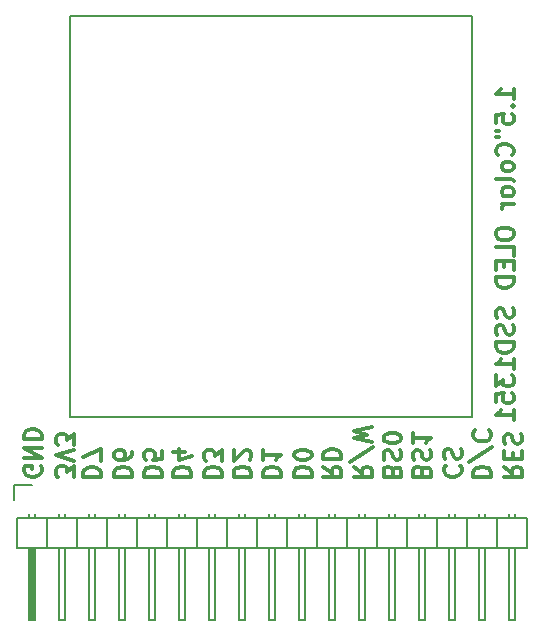
<source format=gbo>
G04 #@! TF.GenerationSoftware,KiCad,Pcbnew,(2017-01-24 revision 0b6147e)-makepkg*
G04 #@! TF.CreationDate,2017-10-03T07:54:18-07:00*
G04 #@! TF.ProjectId,OLED_1.5_128X128_breakout,4F4C45445F312E355F31323858313238,rev?*
G04 #@! TF.FileFunction,Legend,Bot*
G04 #@! TF.FilePolarity,Positive*
%FSLAX46Y46*%
G04 Gerber Fmt 4.6, Leading zero omitted, Abs format (unit mm)*
G04 Created by KiCad (PCBNEW (2017-01-24 revision 0b6147e)-makepkg) date 10/03/17 07:54:18*
%MOMM*%
%LPD*%
G01*
G04 APERTURE LIST*
%ADD10C,0.100000*%
%ADD11C,0.300000*%
%ADD12C,0.200000*%
%ADD13C,0.150000*%
%ADD14R,2.127200X2.432000*%
%ADD15O,2.127200X2.432000*%
%ADD16C,3.100000*%
G04 APERTURE END LIST*
D10*
D11*
X92528571Y-55021428D02*
X92528571Y-54164285D01*
X92528571Y-54592857D02*
X91028571Y-54592857D01*
X91242857Y-54449999D01*
X91385714Y-54307142D01*
X91457142Y-54164285D01*
X92385714Y-55664285D02*
X92457142Y-55735714D01*
X92528571Y-55664285D01*
X92457142Y-55592857D01*
X92385714Y-55664285D01*
X92528571Y-55664285D01*
X91028571Y-57092857D02*
X91028571Y-56378571D01*
X91742857Y-56307142D01*
X91671428Y-56378571D01*
X91600000Y-56521428D01*
X91600000Y-56878571D01*
X91671428Y-57021428D01*
X91742857Y-57092857D01*
X91885714Y-57164285D01*
X92242857Y-57164285D01*
X92385714Y-57092857D01*
X92457142Y-57021428D01*
X92528571Y-56878571D01*
X92528571Y-56521428D01*
X92457142Y-56378571D01*
X92385714Y-56307142D01*
X91028571Y-57735714D02*
X91314285Y-57735714D01*
X91028571Y-58307142D02*
X91314285Y-58307142D01*
X92385714Y-59807142D02*
X92457142Y-59735714D01*
X92528571Y-59521428D01*
X92528571Y-59378571D01*
X92457142Y-59164285D01*
X92314285Y-59021428D01*
X92171428Y-58949999D01*
X91885714Y-58878571D01*
X91671428Y-58878571D01*
X91385714Y-58949999D01*
X91242857Y-59021428D01*
X91100000Y-59164285D01*
X91028571Y-59378571D01*
X91028571Y-59521428D01*
X91100000Y-59735714D01*
X91171428Y-59807142D01*
X92528571Y-60664285D02*
X92457142Y-60521428D01*
X92385714Y-60449999D01*
X92242857Y-60378571D01*
X91814285Y-60378571D01*
X91671428Y-60449999D01*
X91600000Y-60521428D01*
X91528571Y-60664285D01*
X91528571Y-60878571D01*
X91600000Y-61021428D01*
X91671428Y-61092857D01*
X91814285Y-61164285D01*
X92242857Y-61164285D01*
X92385714Y-61092857D01*
X92457142Y-61021428D01*
X92528571Y-60878571D01*
X92528571Y-60664285D01*
X92528571Y-62021428D02*
X92457142Y-61878571D01*
X92314285Y-61807142D01*
X91028571Y-61807142D01*
X92528571Y-62807142D02*
X92457142Y-62664285D01*
X92385714Y-62592857D01*
X92242857Y-62521428D01*
X91814285Y-62521428D01*
X91671428Y-62592857D01*
X91600000Y-62664285D01*
X91528571Y-62807142D01*
X91528571Y-63021428D01*
X91600000Y-63164285D01*
X91671428Y-63235714D01*
X91814285Y-63307142D01*
X92242857Y-63307142D01*
X92385714Y-63235714D01*
X92457142Y-63164285D01*
X92528571Y-63021428D01*
X92528571Y-62807142D01*
X92528571Y-63950000D02*
X91528571Y-63950000D01*
X91814285Y-63950000D02*
X91671428Y-64021428D01*
X91600000Y-64092857D01*
X91528571Y-64235714D01*
X91528571Y-64378571D01*
X91028571Y-66307142D02*
X91028571Y-66592857D01*
X91100000Y-66735714D01*
X91242857Y-66878571D01*
X91528571Y-66949999D01*
X92028571Y-66949999D01*
X92314285Y-66878571D01*
X92457142Y-66735714D01*
X92528571Y-66592857D01*
X92528571Y-66307142D01*
X92457142Y-66164285D01*
X92314285Y-66021428D01*
X92028571Y-65949999D01*
X91528571Y-65949999D01*
X91242857Y-66021428D01*
X91100000Y-66164285D01*
X91028571Y-66307142D01*
X92528571Y-68307142D02*
X92528571Y-67592857D01*
X91028571Y-67592857D01*
X91742857Y-68807142D02*
X91742857Y-69307142D01*
X92528571Y-69521428D02*
X92528571Y-68807142D01*
X91028571Y-68807142D01*
X91028571Y-69521428D01*
X92528571Y-70164285D02*
X91028571Y-70164285D01*
X91028571Y-70521428D01*
X91100000Y-70735714D01*
X91242857Y-70878571D01*
X91385714Y-70949999D01*
X91671428Y-71021428D01*
X91885714Y-71021428D01*
X92171428Y-70949999D01*
X92314285Y-70878571D01*
X92457142Y-70735714D01*
X92528571Y-70521428D01*
X92528571Y-70164285D01*
X92457142Y-72735714D02*
X92528571Y-72949999D01*
X92528571Y-73307142D01*
X92457142Y-73449999D01*
X92385714Y-73521428D01*
X92242857Y-73592857D01*
X92100000Y-73592857D01*
X91957142Y-73521428D01*
X91885714Y-73449999D01*
X91814285Y-73307142D01*
X91742857Y-73021428D01*
X91671428Y-72878571D01*
X91600000Y-72807142D01*
X91457142Y-72735714D01*
X91314285Y-72735714D01*
X91171428Y-72807142D01*
X91100000Y-72878571D01*
X91028571Y-73021428D01*
X91028571Y-73378571D01*
X91100000Y-73592857D01*
X92457142Y-74164285D02*
X92528571Y-74378571D01*
X92528571Y-74735714D01*
X92457142Y-74878571D01*
X92385714Y-74949999D01*
X92242857Y-75021428D01*
X92100000Y-75021428D01*
X91957142Y-74949999D01*
X91885714Y-74878571D01*
X91814285Y-74735714D01*
X91742857Y-74449999D01*
X91671428Y-74307142D01*
X91600000Y-74235714D01*
X91457142Y-74164285D01*
X91314285Y-74164285D01*
X91171428Y-74235714D01*
X91100000Y-74307142D01*
X91028571Y-74449999D01*
X91028571Y-74807142D01*
X91100000Y-75021428D01*
X92528571Y-75664285D02*
X91028571Y-75664285D01*
X91028571Y-76021428D01*
X91100000Y-76235714D01*
X91242857Y-76378571D01*
X91385714Y-76449999D01*
X91671428Y-76521428D01*
X91885714Y-76521428D01*
X92171428Y-76449999D01*
X92314285Y-76378571D01*
X92457142Y-76235714D01*
X92528571Y-76021428D01*
X92528571Y-75664285D01*
X92528571Y-77949999D02*
X92528571Y-77092857D01*
X92528571Y-77521428D02*
X91028571Y-77521428D01*
X91242857Y-77378571D01*
X91385714Y-77235714D01*
X91457142Y-77092857D01*
X91028571Y-78449999D02*
X91028571Y-79378571D01*
X91600000Y-78878571D01*
X91600000Y-79092857D01*
X91671428Y-79235714D01*
X91742857Y-79307142D01*
X91885714Y-79378571D01*
X92242857Y-79378571D01*
X92385714Y-79307142D01*
X92457142Y-79235714D01*
X92528571Y-79092857D01*
X92528571Y-78664285D01*
X92457142Y-78521428D01*
X92385714Y-78449999D01*
X91028571Y-80735714D02*
X91028571Y-80021428D01*
X91742857Y-79949999D01*
X91671428Y-80021428D01*
X91600000Y-80164285D01*
X91600000Y-80521428D01*
X91671428Y-80664285D01*
X91742857Y-80735714D01*
X91885714Y-80807142D01*
X92242857Y-80807142D01*
X92385714Y-80735714D01*
X92457142Y-80664285D01*
X92528571Y-80521428D01*
X92528571Y-80164285D01*
X92457142Y-80021428D01*
X92385714Y-79949999D01*
X92528571Y-82235714D02*
X92528571Y-81378571D01*
X92528571Y-81807142D02*
X91028571Y-81807142D01*
X91242857Y-81664285D01*
X91385714Y-81521428D01*
X91457142Y-81378571D01*
X52500000Y-86162142D02*
X52571428Y-86305000D01*
X52571428Y-86519285D01*
X52500000Y-86733571D01*
X52357142Y-86876428D01*
X52214285Y-86947857D01*
X51928571Y-87019285D01*
X51714285Y-87019285D01*
X51428571Y-86947857D01*
X51285714Y-86876428D01*
X51142857Y-86733571D01*
X51071428Y-86519285D01*
X51071428Y-86376428D01*
X51142857Y-86162142D01*
X51214285Y-86090714D01*
X51714285Y-86090714D01*
X51714285Y-86376428D01*
X51071428Y-85447857D02*
X52571428Y-85447857D01*
X51071428Y-84590714D01*
X52571428Y-84590714D01*
X51071428Y-83876428D02*
X52571428Y-83876428D01*
X52571428Y-83519285D01*
X52500000Y-83305000D01*
X52357142Y-83162142D01*
X52214285Y-83090714D01*
X51928571Y-83019285D01*
X51714285Y-83019285D01*
X51428571Y-83090714D01*
X51285714Y-83162142D01*
X51142857Y-83305000D01*
X51071428Y-83519285D01*
X51071428Y-83876428D01*
X55321428Y-87090714D02*
X55321428Y-86162142D01*
X54750000Y-86662142D01*
X54750000Y-86447857D01*
X54678571Y-86305000D01*
X54607142Y-86233571D01*
X54464285Y-86162142D01*
X54107142Y-86162142D01*
X53964285Y-86233571D01*
X53892857Y-86305000D01*
X53821428Y-86447857D01*
X53821428Y-86876428D01*
X53892857Y-87019285D01*
X53964285Y-87090714D01*
X55321428Y-85733571D02*
X53821428Y-85233571D01*
X55321428Y-84733571D01*
X55321428Y-84376428D02*
X55321428Y-83447857D01*
X54750000Y-83947857D01*
X54750000Y-83733571D01*
X54678571Y-83590714D01*
X54607142Y-83519285D01*
X54464285Y-83447857D01*
X54107142Y-83447857D01*
X53964285Y-83519285D01*
X53892857Y-83590714D01*
X53821428Y-83733571D01*
X53821428Y-84162142D01*
X53892857Y-84305000D01*
X53964285Y-84376428D01*
X91721428Y-86190714D02*
X92435714Y-86690714D01*
X91721428Y-87047857D02*
X93221428Y-87047857D01*
X93221428Y-86476428D01*
X93150000Y-86333571D01*
X93078571Y-86262142D01*
X92935714Y-86190714D01*
X92721428Y-86190714D01*
X92578571Y-86262142D01*
X92507142Y-86333571D01*
X92435714Y-86476428D01*
X92435714Y-87047857D01*
X92507142Y-85547857D02*
X92507142Y-85047857D01*
X91721428Y-84833571D02*
X91721428Y-85547857D01*
X93221428Y-85547857D01*
X93221428Y-84833571D01*
X91792857Y-84262142D02*
X91721428Y-84047857D01*
X91721428Y-83690714D01*
X91792857Y-83547857D01*
X91864285Y-83476428D01*
X92007142Y-83405000D01*
X92150000Y-83405000D01*
X92292857Y-83476428D01*
X92364285Y-83547857D01*
X92435714Y-83690714D01*
X92507142Y-83976428D01*
X92578571Y-84119285D01*
X92650000Y-84190714D01*
X92792857Y-84262142D01*
X92935714Y-84262142D01*
X93078571Y-84190714D01*
X93150000Y-84119285D01*
X93221428Y-83976428D01*
X93221428Y-83619285D01*
X93150000Y-83405000D01*
X89121428Y-87047857D02*
X90621428Y-87047857D01*
X90621428Y-86690714D01*
X90550000Y-86476428D01*
X90407142Y-86333571D01*
X90264285Y-86262142D01*
X89978571Y-86190714D01*
X89764285Y-86190714D01*
X89478571Y-86262142D01*
X89335714Y-86333571D01*
X89192857Y-86476428D01*
X89121428Y-86690714D01*
X89121428Y-87047857D01*
X90692857Y-84476428D02*
X88764285Y-85762142D01*
X89264285Y-83119285D02*
X89192857Y-83190714D01*
X89121428Y-83405000D01*
X89121428Y-83547857D01*
X89192857Y-83762142D01*
X89335714Y-83905000D01*
X89478571Y-83976428D01*
X89764285Y-84047857D01*
X89978571Y-84047857D01*
X90264285Y-83976428D01*
X90407142Y-83905000D01*
X90550000Y-83762142D01*
X90621428Y-83547857D01*
X90621428Y-83405000D01*
X90550000Y-83190714D01*
X90478571Y-83119285D01*
X86764285Y-86090714D02*
X86692857Y-86162142D01*
X86621428Y-86376428D01*
X86621428Y-86519285D01*
X86692857Y-86733571D01*
X86835714Y-86876428D01*
X86978571Y-86947857D01*
X87264285Y-87019285D01*
X87478571Y-87019285D01*
X87764285Y-86947857D01*
X87907142Y-86876428D01*
X88050000Y-86733571D01*
X88121428Y-86519285D01*
X88121428Y-86376428D01*
X88050000Y-86162142D01*
X87978571Y-86090714D01*
X86692857Y-85519285D02*
X86621428Y-85305000D01*
X86621428Y-84947857D01*
X86692857Y-84805000D01*
X86764285Y-84733571D01*
X86907142Y-84662142D01*
X87050000Y-84662142D01*
X87192857Y-84733571D01*
X87264285Y-84805000D01*
X87335714Y-84947857D01*
X87407142Y-85233571D01*
X87478571Y-85376428D01*
X87550000Y-85447857D01*
X87692857Y-85519285D01*
X87835714Y-85519285D01*
X87978571Y-85447857D01*
X88050000Y-85376428D01*
X88121428Y-85233571D01*
X88121428Y-84876428D01*
X88050000Y-84662142D01*
X84807142Y-86547857D02*
X84735714Y-86333571D01*
X84664285Y-86262142D01*
X84521428Y-86190714D01*
X84307142Y-86190714D01*
X84164285Y-86262142D01*
X84092857Y-86333571D01*
X84021428Y-86476428D01*
X84021428Y-87047857D01*
X85521428Y-87047857D01*
X85521428Y-86547857D01*
X85450000Y-86405000D01*
X85378571Y-86333571D01*
X85235714Y-86262142D01*
X85092857Y-86262142D01*
X84950000Y-86333571D01*
X84878571Y-86405000D01*
X84807142Y-86547857D01*
X84807142Y-87047857D01*
X84092857Y-85619285D02*
X84021428Y-85405000D01*
X84021428Y-85047857D01*
X84092857Y-84905000D01*
X84164285Y-84833571D01*
X84307142Y-84762142D01*
X84450000Y-84762142D01*
X84592857Y-84833571D01*
X84664285Y-84905000D01*
X84735714Y-85047857D01*
X84807142Y-85333571D01*
X84878571Y-85476428D01*
X84950000Y-85547857D01*
X85092857Y-85619285D01*
X85235714Y-85619285D01*
X85378571Y-85547857D01*
X85450000Y-85476428D01*
X85521428Y-85333571D01*
X85521428Y-84976428D01*
X85450000Y-84762142D01*
X84021428Y-83333571D02*
X84021428Y-84190714D01*
X84021428Y-83762142D02*
X85521428Y-83762142D01*
X85307142Y-83905000D01*
X85164285Y-84047857D01*
X85092857Y-84190714D01*
X82307142Y-86547857D02*
X82235714Y-86333571D01*
X82164285Y-86262142D01*
X82021428Y-86190714D01*
X81807142Y-86190714D01*
X81664285Y-86262142D01*
X81592857Y-86333571D01*
X81521428Y-86476428D01*
X81521428Y-87047857D01*
X83021428Y-87047857D01*
X83021428Y-86547857D01*
X82950000Y-86405000D01*
X82878571Y-86333571D01*
X82735714Y-86262142D01*
X82592857Y-86262142D01*
X82450000Y-86333571D01*
X82378571Y-86405000D01*
X82307142Y-86547857D01*
X82307142Y-87047857D01*
X81592857Y-85619285D02*
X81521428Y-85405000D01*
X81521428Y-85047857D01*
X81592857Y-84905000D01*
X81664285Y-84833571D01*
X81807142Y-84762142D01*
X81950000Y-84762142D01*
X82092857Y-84833571D01*
X82164285Y-84905000D01*
X82235714Y-85047857D01*
X82307142Y-85333571D01*
X82378571Y-85476428D01*
X82450000Y-85547857D01*
X82592857Y-85619285D01*
X82735714Y-85619285D01*
X82878571Y-85547857D01*
X82950000Y-85476428D01*
X83021428Y-85333571D01*
X83021428Y-84976428D01*
X82950000Y-84762142D01*
X83021428Y-83833571D02*
X83021428Y-83690714D01*
X82950000Y-83547857D01*
X82878571Y-83476428D01*
X82735714Y-83405000D01*
X82450000Y-83333571D01*
X82092857Y-83333571D01*
X81807142Y-83405000D01*
X81664285Y-83476428D01*
X81592857Y-83547857D01*
X81521428Y-83690714D01*
X81521428Y-83833571D01*
X81592857Y-83976428D01*
X81664285Y-84047857D01*
X81807142Y-84119285D01*
X82092857Y-84190714D01*
X82450000Y-84190714D01*
X82735714Y-84119285D01*
X82878571Y-84047857D01*
X82950000Y-83976428D01*
X83021428Y-83833571D01*
X79021428Y-86190714D02*
X79735714Y-86690714D01*
X79021428Y-87047857D02*
X80521428Y-87047857D01*
X80521428Y-86476428D01*
X80450000Y-86333571D01*
X80378571Y-86262142D01*
X80235714Y-86190714D01*
X80021428Y-86190714D01*
X79878571Y-86262142D01*
X79807142Y-86333571D01*
X79735714Y-86476428D01*
X79735714Y-87047857D01*
X80592857Y-84476428D02*
X78664285Y-85762142D01*
X80521428Y-84119285D02*
X79021428Y-83762142D01*
X80092857Y-83476428D01*
X79021428Y-83190714D01*
X80521428Y-82833571D01*
X76421428Y-86190714D02*
X77135714Y-86690714D01*
X76421428Y-87047857D02*
X77921428Y-87047857D01*
X77921428Y-86476428D01*
X77850000Y-86333571D01*
X77778571Y-86262142D01*
X77635714Y-86190714D01*
X77421428Y-86190714D01*
X77278571Y-86262142D01*
X77207142Y-86333571D01*
X77135714Y-86476428D01*
X77135714Y-87047857D01*
X76421428Y-85547857D02*
X77921428Y-85547857D01*
X77921428Y-85190714D01*
X77850000Y-84976428D01*
X77707142Y-84833571D01*
X77564285Y-84762142D01*
X77278571Y-84690714D01*
X77064285Y-84690714D01*
X76778571Y-84762142D01*
X76635714Y-84833571D01*
X76492857Y-84976428D01*
X76421428Y-85190714D01*
X76421428Y-85547857D01*
X56091428Y-87067857D02*
X57591428Y-87067857D01*
X57591428Y-86710714D01*
X57520000Y-86496428D01*
X57377142Y-86353571D01*
X57234285Y-86282142D01*
X56948571Y-86210714D01*
X56734285Y-86210714D01*
X56448571Y-86282142D01*
X56305714Y-86353571D01*
X56162857Y-86496428D01*
X56091428Y-86710714D01*
X56091428Y-87067857D01*
X57591428Y-85710714D02*
X57591428Y-84710714D01*
X56091428Y-85353571D01*
X58721428Y-87047857D02*
X60221428Y-87047857D01*
X60221428Y-86690714D01*
X60150000Y-86476428D01*
X60007142Y-86333571D01*
X59864285Y-86262142D01*
X59578571Y-86190714D01*
X59364285Y-86190714D01*
X59078571Y-86262142D01*
X58935714Y-86333571D01*
X58792857Y-86476428D01*
X58721428Y-86690714D01*
X58721428Y-87047857D01*
X60221428Y-84905000D02*
X60221428Y-85190714D01*
X60150000Y-85333571D01*
X60078571Y-85405000D01*
X59864285Y-85547857D01*
X59578571Y-85619285D01*
X59007142Y-85619285D01*
X58864285Y-85547857D01*
X58792857Y-85476428D01*
X58721428Y-85333571D01*
X58721428Y-85047857D01*
X58792857Y-84905000D01*
X58864285Y-84833571D01*
X59007142Y-84762142D01*
X59364285Y-84762142D01*
X59507142Y-84833571D01*
X59578571Y-84905000D01*
X59650000Y-85047857D01*
X59650000Y-85333571D01*
X59578571Y-85476428D01*
X59507142Y-85547857D01*
X59364285Y-85619285D01*
X61221428Y-87047857D02*
X62721428Y-87047857D01*
X62721428Y-86690714D01*
X62650000Y-86476428D01*
X62507142Y-86333571D01*
X62364285Y-86262142D01*
X62078571Y-86190714D01*
X61864285Y-86190714D01*
X61578571Y-86262142D01*
X61435714Y-86333571D01*
X61292857Y-86476428D01*
X61221428Y-86690714D01*
X61221428Y-87047857D01*
X62721428Y-84833571D02*
X62721428Y-85547857D01*
X62007142Y-85619285D01*
X62078571Y-85547857D01*
X62150000Y-85405000D01*
X62150000Y-85047857D01*
X62078571Y-84905000D01*
X62007142Y-84833571D01*
X61864285Y-84762142D01*
X61507142Y-84762142D01*
X61364285Y-84833571D01*
X61292857Y-84905000D01*
X61221428Y-85047857D01*
X61221428Y-85405000D01*
X61292857Y-85547857D01*
X61364285Y-85619285D01*
X63721428Y-87047857D02*
X65221428Y-87047857D01*
X65221428Y-86690714D01*
X65150000Y-86476428D01*
X65007142Y-86333571D01*
X64864285Y-86262142D01*
X64578571Y-86190714D01*
X64364285Y-86190714D01*
X64078571Y-86262142D01*
X63935714Y-86333571D01*
X63792857Y-86476428D01*
X63721428Y-86690714D01*
X63721428Y-87047857D01*
X64721428Y-84905000D02*
X63721428Y-84905000D01*
X65292857Y-85262142D02*
X64221428Y-85619285D01*
X64221428Y-84690714D01*
X66321428Y-87047857D02*
X67821428Y-87047857D01*
X67821428Y-86690714D01*
X67750000Y-86476428D01*
X67607142Y-86333571D01*
X67464285Y-86262142D01*
X67178571Y-86190714D01*
X66964285Y-86190714D01*
X66678571Y-86262142D01*
X66535714Y-86333571D01*
X66392857Y-86476428D01*
X66321428Y-86690714D01*
X66321428Y-87047857D01*
X67821428Y-85690714D02*
X67821428Y-84762142D01*
X67250000Y-85262142D01*
X67250000Y-85047857D01*
X67178571Y-84905000D01*
X67107142Y-84833571D01*
X66964285Y-84762142D01*
X66607142Y-84762142D01*
X66464285Y-84833571D01*
X66392857Y-84905000D01*
X66321428Y-85047857D01*
X66321428Y-85476428D01*
X66392857Y-85619285D01*
X66464285Y-85690714D01*
X68821428Y-87047857D02*
X70321428Y-87047857D01*
X70321428Y-86690714D01*
X70250000Y-86476428D01*
X70107142Y-86333571D01*
X69964285Y-86262142D01*
X69678571Y-86190714D01*
X69464285Y-86190714D01*
X69178571Y-86262142D01*
X69035714Y-86333571D01*
X68892857Y-86476428D01*
X68821428Y-86690714D01*
X68821428Y-87047857D01*
X70178571Y-85619285D02*
X70250000Y-85547857D01*
X70321428Y-85405000D01*
X70321428Y-85047857D01*
X70250000Y-84905000D01*
X70178571Y-84833571D01*
X70035714Y-84762142D01*
X69892857Y-84762142D01*
X69678571Y-84833571D01*
X68821428Y-85690714D01*
X68821428Y-84762142D01*
X71321428Y-87047857D02*
X72821428Y-87047857D01*
X72821428Y-86690714D01*
X72750000Y-86476428D01*
X72607142Y-86333571D01*
X72464285Y-86262142D01*
X72178571Y-86190714D01*
X71964285Y-86190714D01*
X71678571Y-86262142D01*
X71535714Y-86333571D01*
X71392857Y-86476428D01*
X71321428Y-86690714D01*
X71321428Y-87047857D01*
X71321428Y-84762142D02*
X71321428Y-85619285D01*
X71321428Y-85190714D02*
X72821428Y-85190714D01*
X72607142Y-85333571D01*
X72464285Y-85476428D01*
X72392857Y-85619285D01*
X73921428Y-87047857D02*
X75421428Y-87047857D01*
X75421428Y-86690714D01*
X75350000Y-86476428D01*
X75207142Y-86333571D01*
X75064285Y-86262142D01*
X74778571Y-86190714D01*
X74564285Y-86190714D01*
X74278571Y-86262142D01*
X74135714Y-86333571D01*
X73992857Y-86476428D01*
X73921428Y-86690714D01*
X73921428Y-87047857D01*
X75421428Y-85262142D02*
X75421428Y-85119285D01*
X75350000Y-84976428D01*
X75278571Y-84905000D01*
X75135714Y-84833571D01*
X74850000Y-84762142D01*
X74492857Y-84762142D01*
X74207142Y-84833571D01*
X74064285Y-84905000D01*
X73992857Y-84976428D01*
X73921428Y-85119285D01*
X73921428Y-85262142D01*
X73992857Y-85405000D01*
X74064285Y-85476428D01*
X74207142Y-85547857D01*
X74492857Y-85619285D01*
X74850000Y-85619285D01*
X75135714Y-85547857D01*
X75278571Y-85476428D01*
X75350000Y-85405000D01*
X75421428Y-85262142D01*
D12*
X55000000Y-82000000D02*
X55000000Y-48000000D01*
X89000000Y-82000000D02*
X55000000Y-82000000D01*
X89000000Y-48000000D02*
X89000000Y-82000000D01*
X55000000Y-48000000D02*
X89000000Y-48000000D01*
D13*
X50210000Y-87700000D02*
X51760000Y-87700000D01*
X50210000Y-89000000D02*
X50210000Y-87700000D01*
X51633000Y-93191000D02*
X51633000Y-99033000D01*
X51633000Y-99033000D02*
X51887000Y-99033000D01*
X51887000Y-99033000D02*
X51887000Y-93191000D01*
X51887000Y-93191000D02*
X51760000Y-93191000D01*
X51760000Y-93191000D02*
X51760000Y-99033000D01*
X71826000Y-90524000D02*
X71826000Y-90143000D01*
X72334000Y-90524000D02*
X72334000Y-90143000D01*
X74366000Y-90524000D02*
X74366000Y-90143000D01*
X74874000Y-90524000D02*
X74874000Y-90143000D01*
X76906000Y-90524000D02*
X76906000Y-90143000D01*
X77414000Y-90524000D02*
X77414000Y-90143000D01*
X79446000Y-90524000D02*
X79446000Y-90143000D01*
X79954000Y-90524000D02*
X79954000Y-90143000D01*
X90114000Y-90524000D02*
X90114000Y-90143000D01*
X89606000Y-90524000D02*
X89606000Y-90143000D01*
X87574000Y-90524000D02*
X87574000Y-90143000D01*
X87066000Y-90524000D02*
X87066000Y-90143000D01*
X85034000Y-90524000D02*
X85034000Y-90143000D01*
X84526000Y-90524000D02*
X84526000Y-90143000D01*
X82494000Y-90524000D02*
X82494000Y-90143000D01*
X81986000Y-90524000D02*
X81986000Y-90143000D01*
X92654000Y-90524000D02*
X92654000Y-90143000D01*
X92146000Y-90524000D02*
X92146000Y-90143000D01*
X51506000Y-90524000D02*
X51506000Y-90143000D01*
X52014000Y-90524000D02*
X52014000Y-90143000D01*
X54046000Y-90524000D02*
X54046000Y-90143000D01*
X54554000Y-90524000D02*
X54554000Y-90143000D01*
X56586000Y-90524000D02*
X56586000Y-90143000D01*
X57094000Y-90524000D02*
X57094000Y-90143000D01*
X59126000Y-90524000D02*
X59126000Y-90143000D01*
X59634000Y-90524000D02*
X59634000Y-90143000D01*
X69794000Y-90524000D02*
X69794000Y-90143000D01*
X69286000Y-90524000D02*
X69286000Y-90143000D01*
X67254000Y-90524000D02*
X67254000Y-90143000D01*
X66746000Y-90524000D02*
X66746000Y-90143000D01*
X64714000Y-90524000D02*
X64714000Y-90143000D01*
X64206000Y-90524000D02*
X64206000Y-90143000D01*
X62174000Y-90524000D02*
X62174000Y-90143000D01*
X61666000Y-90524000D02*
X61666000Y-90143000D01*
X68270000Y-90524000D02*
X68270000Y-93064000D01*
X68270000Y-90524000D02*
X70810000Y-90524000D01*
X70810000Y-90524000D02*
X70810000Y-93064000D01*
X69286000Y-93064000D02*
X69286000Y-99160000D01*
X69286000Y-99160000D02*
X69794000Y-99160000D01*
X69794000Y-99160000D02*
X69794000Y-93064000D01*
X70810000Y-93064000D02*
X68270000Y-93064000D01*
X73350000Y-93064000D02*
X70810000Y-93064000D01*
X72334000Y-99160000D02*
X72334000Y-93064000D01*
X71826000Y-99160000D02*
X72334000Y-99160000D01*
X71826000Y-93064000D02*
X71826000Y-99160000D01*
X73350000Y-90524000D02*
X73350000Y-93064000D01*
X70810000Y-90524000D02*
X73350000Y-90524000D01*
X70810000Y-90524000D02*
X70810000Y-93064000D01*
X75890000Y-90524000D02*
X75890000Y-93064000D01*
X75890000Y-90524000D02*
X78430000Y-90524000D01*
X78430000Y-90524000D02*
X78430000Y-93064000D01*
X76906000Y-93064000D02*
X76906000Y-99160000D01*
X76906000Y-99160000D02*
X77414000Y-99160000D01*
X77414000Y-99160000D02*
X77414000Y-93064000D01*
X78430000Y-93064000D02*
X75890000Y-93064000D01*
X75890000Y-93064000D02*
X73350000Y-93064000D01*
X74874000Y-99160000D02*
X74874000Y-93064000D01*
X74366000Y-99160000D02*
X74874000Y-99160000D01*
X74366000Y-93064000D02*
X74366000Y-99160000D01*
X75890000Y-90524000D02*
X75890000Y-93064000D01*
X73350000Y-90524000D02*
X75890000Y-90524000D01*
X73350000Y-90524000D02*
X73350000Y-93064000D01*
X83510000Y-90524000D02*
X83510000Y-93064000D01*
X83510000Y-90524000D02*
X86050000Y-90524000D01*
X86050000Y-90524000D02*
X86050000Y-93064000D01*
X84526000Y-93064000D02*
X84526000Y-99160000D01*
X84526000Y-99160000D02*
X85034000Y-99160000D01*
X85034000Y-99160000D02*
X85034000Y-93064000D01*
X86050000Y-93064000D02*
X83510000Y-93064000D01*
X88590000Y-93064000D02*
X86050000Y-93064000D01*
X87574000Y-99160000D02*
X87574000Y-93064000D01*
X87066000Y-99160000D02*
X87574000Y-99160000D01*
X87066000Y-93064000D02*
X87066000Y-99160000D01*
X88590000Y-90524000D02*
X88590000Y-93064000D01*
X86050000Y-90524000D02*
X88590000Y-90524000D01*
X86050000Y-90524000D02*
X86050000Y-93064000D01*
X80970000Y-90524000D02*
X80970000Y-93064000D01*
X80970000Y-90524000D02*
X83510000Y-90524000D01*
X83510000Y-90524000D02*
X83510000Y-93064000D01*
X81986000Y-93064000D02*
X81986000Y-99160000D01*
X81986000Y-99160000D02*
X82494000Y-99160000D01*
X82494000Y-99160000D02*
X82494000Y-93064000D01*
X83510000Y-93064000D02*
X80970000Y-93064000D01*
X80970000Y-93064000D02*
X78430000Y-93064000D01*
X79954000Y-99160000D02*
X79954000Y-93064000D01*
X79446000Y-99160000D02*
X79954000Y-99160000D01*
X79446000Y-93064000D02*
X79446000Y-99160000D01*
X80970000Y-90524000D02*
X80970000Y-93064000D01*
X78430000Y-90524000D02*
X80970000Y-90524000D01*
X78430000Y-90524000D02*
X78430000Y-93064000D01*
X91130000Y-90524000D02*
X91130000Y-93064000D01*
X91130000Y-90524000D02*
X93670000Y-90524000D01*
X93670000Y-90524000D02*
X93670000Y-93064000D01*
X92146000Y-93064000D02*
X92146000Y-99160000D01*
X92146000Y-99160000D02*
X92654000Y-99160000D01*
X92654000Y-99160000D02*
X92654000Y-93064000D01*
X93670000Y-93064000D02*
X91130000Y-93064000D01*
X91130000Y-93064000D02*
X88590000Y-93064000D01*
X90114000Y-99160000D02*
X90114000Y-93064000D01*
X89606000Y-99160000D02*
X90114000Y-99160000D01*
X89606000Y-93064000D02*
X89606000Y-99160000D01*
X91130000Y-90524000D02*
X91130000Y-93064000D01*
X88590000Y-90524000D02*
X91130000Y-90524000D01*
X88590000Y-90524000D02*
X88590000Y-93064000D01*
X53030000Y-93064000D02*
X50490000Y-93064000D01*
X52014000Y-99160000D02*
X52014000Y-93064000D01*
X51506000Y-99160000D02*
X52014000Y-99160000D01*
X51506000Y-93064000D02*
X51506000Y-99160000D01*
X53030000Y-90524000D02*
X53030000Y-93064000D01*
X50490000Y-90524000D02*
X53030000Y-90524000D01*
X50490000Y-90524000D02*
X50490000Y-93064000D01*
X55570000Y-90524000D02*
X55570000Y-93064000D01*
X55570000Y-90524000D02*
X58110000Y-90524000D01*
X58110000Y-90524000D02*
X58110000Y-93064000D01*
X56586000Y-93064000D02*
X56586000Y-99160000D01*
X56586000Y-99160000D02*
X57094000Y-99160000D01*
X57094000Y-99160000D02*
X57094000Y-93064000D01*
X58110000Y-93064000D02*
X55570000Y-93064000D01*
X55570000Y-93064000D02*
X53030000Y-93064000D01*
X54554000Y-99160000D02*
X54554000Y-93064000D01*
X54046000Y-99160000D02*
X54554000Y-99160000D01*
X54046000Y-93064000D02*
X54046000Y-99160000D01*
X55570000Y-90524000D02*
X55570000Y-93064000D01*
X53030000Y-90524000D02*
X55570000Y-90524000D01*
X53030000Y-90524000D02*
X53030000Y-93064000D01*
X63190000Y-90524000D02*
X63190000Y-93064000D01*
X63190000Y-90524000D02*
X65730000Y-90524000D01*
X65730000Y-90524000D02*
X65730000Y-93064000D01*
X64206000Y-93064000D02*
X64206000Y-99160000D01*
X64206000Y-99160000D02*
X64714000Y-99160000D01*
X64714000Y-99160000D02*
X64714000Y-93064000D01*
X65730000Y-93064000D02*
X63190000Y-93064000D01*
X68270000Y-93064000D02*
X65730000Y-93064000D01*
X67254000Y-99160000D02*
X67254000Y-93064000D01*
X66746000Y-99160000D02*
X67254000Y-99160000D01*
X66746000Y-93064000D02*
X66746000Y-99160000D01*
X68270000Y-90524000D02*
X68270000Y-93064000D01*
X65730000Y-90524000D02*
X68270000Y-90524000D01*
X65730000Y-90524000D02*
X65730000Y-93064000D01*
X60650000Y-90524000D02*
X60650000Y-93064000D01*
X60650000Y-90524000D02*
X63190000Y-90524000D01*
X63190000Y-90524000D02*
X63190000Y-93064000D01*
X61666000Y-93064000D02*
X61666000Y-99160000D01*
X61666000Y-99160000D02*
X62174000Y-99160000D01*
X62174000Y-99160000D02*
X62174000Y-93064000D01*
X63190000Y-93064000D02*
X60650000Y-93064000D01*
X60650000Y-93064000D02*
X58110000Y-93064000D01*
X59634000Y-99160000D02*
X59634000Y-93064000D01*
X59126000Y-99160000D02*
X59634000Y-99160000D01*
X59126000Y-93064000D02*
X59126000Y-99160000D01*
X60650000Y-90524000D02*
X60650000Y-93064000D01*
X58110000Y-90524000D02*
X60650000Y-90524000D01*
X58110000Y-90524000D02*
X58110000Y-93064000D01*
%LPC*%
D14*
X51760000Y-89000000D03*
D15*
X54300000Y-89000000D03*
X56840000Y-89000000D03*
X59380000Y-89000000D03*
X61920000Y-89000000D03*
X64460000Y-89000000D03*
X67000000Y-89000000D03*
X69540000Y-89000000D03*
X72080000Y-89000000D03*
X74620000Y-89000000D03*
X77160000Y-89000000D03*
X79700000Y-89000000D03*
X82240000Y-89000000D03*
X84780000Y-89000000D03*
X87320000Y-89000000D03*
X89860000Y-89000000D03*
X92400000Y-89000000D03*
D16*
X52250000Y-49250000D03*
X91750000Y-49250000D03*
M02*

</source>
